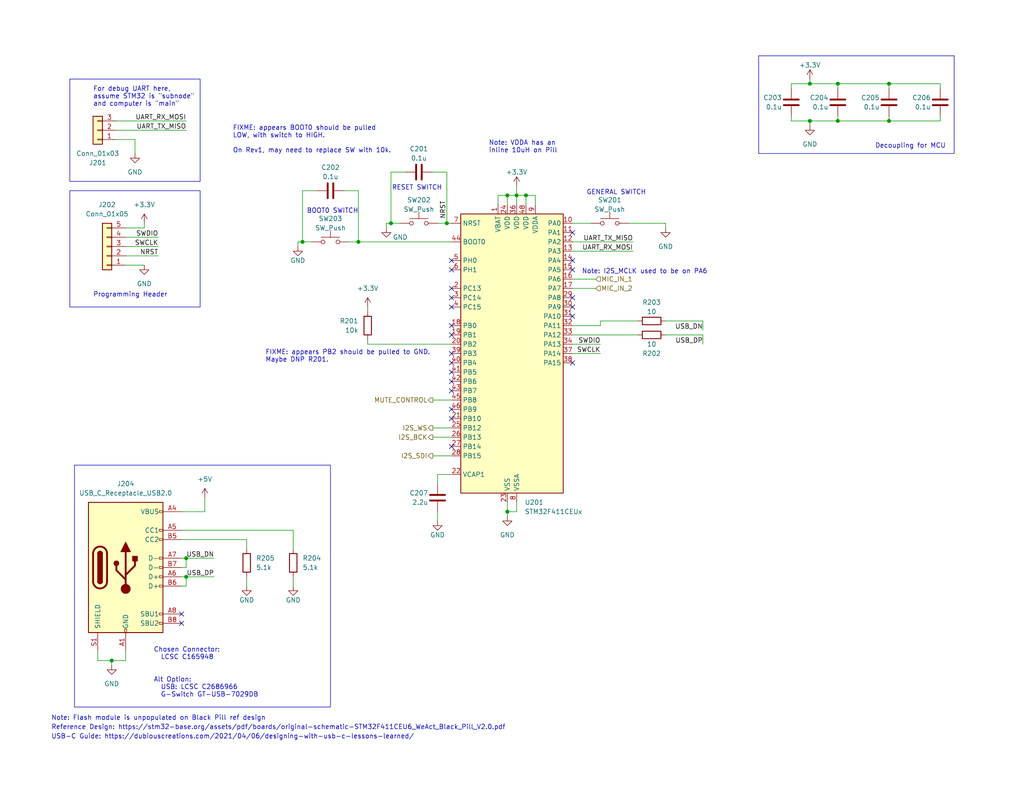
<source format=kicad_sch>
(kicad_sch (version 20231120) (generator "eeschema") (generator_version "8.0")
  (paper "USLetter")
  (title_block (date "2024-01-01") (rev "Rev1"))
  (lib_symbols
    (symbol "Connector:USB_C_Receptacle_USB2.0" (pin_names (offset 1.016))
      (property "Reference" "J" (at -10.16 19.05 0))
      (property "Value" "USB_C_Receptacle_USB2.0" (at 19.05 19.05 0))
      (symbol "USB_C_Receptacle_USB2.0_0_0"
        (rectangle (start -0.254 -17.78) (end 0.254 -16.764))
        (rectangle (start 10.16 -14.986) (end 9.144 -15.494))
        (rectangle (start 10.16 -12.446) (end 9.144 -12.954))
        (rectangle (start 10.16 -4.826) (end 9.144 -5.334))
        (rectangle (start 10.16 -2.286) (end 9.144 -2.794))
        (rectangle (start 10.16 0.254) (end 9.144 -0.254))
        (rectangle (start 10.16 2.794) (end 9.144 2.286))
        (rectangle (start 10.16 7.874) (end 9.144 7.366))
        (rectangle (start 10.16 10.414) (end 9.144 9.906))
        (rectangle (start 10.16 15.494) (end 9.144 14.986))
      )
      (symbol "USB_C_Receptacle_USB2.0_0_1"
        (rectangle (start -10.16 17.78) (end 10.16 -17.78) (stroke (width 0.254)) (fill (type background)))
        (arc (start -8.89 -3.81) (mid -6.985 -5.7067) (end -5.08 -3.81) (stroke (width 0.508)))
        (arc (start -7.62 -3.81) (mid -6.985 -4.4423) (end -6.35 -3.81) (stroke (width 0.254)))
        (arc (start -7.62 -3.81) (mid -6.985 -4.4423) (end -6.35 -3.81) (stroke (width 0.254)) (fill (type outline)))
        (rectangle (start -7.62 -3.81) (end -6.35 3.81) (stroke (width 0.254)) (fill (type outline)))
        (arc (start -6.35 3.81) (mid -6.985 4.4423) (end -7.62 3.81) (stroke (width 0.254)))
        (arc (start -6.35 3.81) (mid -6.985 4.4423) (end -7.62 3.81) (stroke (width 0.254)) (fill (type outline)))
        (arc (start -5.08 3.81) (mid -6.985 5.7067) (end -8.89 3.81) (stroke (width 0.508)))
        (circle (center -2.54 1.143) (radius 0.635) (stroke (width 0.254)) (fill (type outline)))
        (circle (center 0 -5.842) (radius 1.27) (fill (type outline)))
        (polyline (pts (xy -8.89 -3.81) (xy -8.89 3.81)) (stroke (width 0.508)))
        (polyline (pts (xy -5.08 3.81) (xy -5.08 -3.81)) (stroke (width 0.508)))
        (polyline (pts (xy 0 -5.842) (xy 0 4.318)) (stroke (width 0.508)))
        (polyline (pts (xy 0 -3.302) (xy -2.54 -0.762) (xy -2.54 0.508)) (stroke (width 0.508)))
        (polyline (pts (xy 0 -2.032) (xy 2.54 0.508) (xy 2.54 1.778)) (stroke (width 0.508)))
        (polyline (pts (xy -1.27 4.318) (xy 0 6.858) (xy 1.27 4.318) (xy -1.27 4.318)) (stroke (width 0.254)) (fill (type outline)))
        (rectangle (start 1.905 1.778) (end 3.175 3.048) (stroke (width 0.254)) (fill (type outline)))
      )
      (symbol "USB_C_Receptacle_USB2.0_1_1"
        (pin passive line (at 0 -22.86 90) (length 5.08) (name "GND") (number "A1"))
        (pin passive line (at 0 -22.86 90) (length 5.08) hide (name "GND") (number "A12"))
        (pin passive line (at 15.24 15.24 180) (length 5.08) (name "VBUS") (number "A4"))
        (pin bidirectional line (at 15.24 10.16 180) (length 5.08) (name "CC1") (number "A5"))
        (pin bidirectional line (at 15.24 -2.54 180) (length 5.08) (name "D+") (number "A6"))
        (pin bidirectional line (at 15.24 2.54 180) (length 5.08) (name "D-") (number "A7"))
        (pin bidirectional line (at 15.24 -12.7 180) (length 5.08) (name "SBU1") (number "A8"))
        (pin passive line (at 15.24 15.24 180) (length 5.08) hide (name "VBUS") (number "A9"))
        (pin passive line (at 0 -22.86 90) (length 5.08) hide (name "GND") (number "B1"))
        (pin passive line (at 0 -22.86 90) (length 5.08) hide (name "GND") (number "B12"))
        (pin passive line (at 15.24 15.24 180) (length 5.08) hide (name "VBUS") (number "B4"))
        (pin bidirectional line (at 15.24 7.62 180) (length 5.08) (name "CC2") (number "B5"))
        (pin bidirectional line (at 15.24 -5.08 180) (length 5.08) (name "D+") (number "B6"))
        (pin bidirectional line (at 15.24 0 180) (length 5.08) (name "D-") (number "B7"))
        (pin bidirectional line (at 15.24 -15.24 180) (length 5.08) (name "SBU2") (number "B8"))
        (pin passive line (at 15.24 15.24 180) (length 5.08) hide (name "VBUS") (number "B9"))
        (pin passive line (at -7.62 -22.86 90) (length 5.08) (name "SHIELD") (number "S1"))
      )
    )
    (symbol "Connector_Generic:Conn_01x03" (pin_names (offset 1.016) hide)
      (property "Reference" "J" (at 0 5.08 0))
      (property "Value" "Conn_01x03" (at 0 -5.08 0))
      (symbol "Conn_01x03_1_1"
        (rectangle (start -1.27 -2.413) (end 0 -2.667) (stroke (width 0.1524)))
        (rectangle (start -1.27 0.127) (end 0 -0.127) (stroke (width 0.1524)))
        (rectangle (start -1.27 2.667) (end 0 2.413) (stroke (width 0.1524)))
        (rectangle (start -1.27 3.81) (end 1.27 -3.81) (stroke (width 0.254)) (fill (type background)))
        (pin passive line (at -5.08 2.54 0) (length 3.81) (name "Pin_1") (number "1"))
        (pin passive line (at -5.08 0 0) (length 3.81) (name "Pin_2") (number "2"))
        (pin passive line (at -5.08 -2.54 0) (length 3.81) (name "Pin_3") (number "3"))
      )
    )
    (symbol "Connector_Generic:Conn_01x05" (pin_names (offset 1.016) hide)
      (property "Reference" "J" (at 0 7.62 0))
      (property "Value" "Conn_01x05" (at 0 -7.62 0))
      (symbol "Conn_01x05_1_1"
        (rectangle (start -1.27 -4.953) (end 0 -5.207) (stroke (width 0.1524)))
        (rectangle (start -1.27 -2.413) (end 0 -2.667) (stroke (width 0.1524)))
        (rectangle (start -1.27 0.127) (end 0 -0.127) (stroke (width 0.1524)))
        (rectangle (start -1.27 2.667) (end 0 2.413) (stroke (width 0.1524)))
        (rectangle (start -1.27 5.207) (end 0 4.953) (stroke (width 0.1524)))
        (rectangle (start -1.27 6.35) (end 1.27 -6.35) (stroke (width 0.254)) (fill (type background)))
        (pin passive line (at -5.08 5.08 0) (length 3.81) (name "Pin_1") (number "1"))
        (pin passive line (at -5.08 2.54 0) (length 3.81) (name "Pin_2") (number "2"))
        (pin passive line (at -5.08 0 0) (length 3.81) (name "Pin_3") (number "3"))
        (pin passive line (at -5.08 -2.54 0) (length 3.81) (name "Pin_4") (number "4"))
        (pin passive line (at -5.08 -5.08 0) (length 3.81) (name "Pin_5") (number "5"))
      )
    )
    (symbol "Device:C" (pin_numbers hide) (pin_names (offset 0.254))
      (property "Reference" "C" (at 0.635 2.54 0))
      (property "Value" "C" (at 0.635 -2.54 0))
      (symbol "C_0_1"
        (polyline (pts (xy -2.032 -0.762) (xy 2.032 -0.762)) (stroke (width 0.508)))
        (polyline (pts (xy -2.032 0.762) (xy 2.032 0.762)) (stroke (width 0.508)))
      )
      (symbol "C_1_1"
        (pin passive line (at 0 3.81 270) (length 2.794) (name "~") (number "1"))
        (pin passive line (at 0 -3.81 90) (length 2.794) (name "~") (number "2"))
      )
    )
    (symbol "Device:R" (pin_numbers hide) (pin_names (offset 0))
      (property "Reference" "R" (at 2.032 0 90))
      (property "Value" "R" (at 0 0 90))
      (symbol "R_0_1"
        (rectangle (start -1.016 -2.54) (end 1.016 2.54) (stroke (width 0.254)))
      )
      (symbol "R_1_1"
        (pin passive line (at 0 3.81 270) (length 1.27) (name "~") (number "1"))
        (pin passive line (at 0 -3.81 90) (length 1.27) (name "~") (number "2"))
      )
    )
    (symbol "MCU_ST_STM32F4:STM32F411CEUx"
      (property "Reference" "U" (at -12.7 39.37 0))
      (property "Value" "STM32F411CEUx" (at 10.16 39.37 0))
      (symbol "STM32F411CEUx_0_1"
        (rectangle (start -12.7 -38.1) (end 15.24 38.1) (stroke (width 0.254)) (fill (type background)))
      )
      (symbol "STM32F411CEUx_1_1"
        (pin power_in line (at -2.54 40.64 270) (length 2.54) (name "VBAT") (number "1"))
        (pin bidirectional line (at 17.78 35.56 180) (length 2.54) (name "PA0") (number "10"))
        (pin bidirectional line (at 17.78 33.02 180) (length 2.54) (name "PA1") (number "11"))
        (pin bidirectional line (at 17.78 30.48 180) (length 2.54) (name "PA2") (number "12"))
        (pin bidirectional line (at 17.78 27.94 180) (length 2.54) (name "PA3") (number "13"))
        (pin bidirectional line (at 17.78 25.4 180) (length 2.54) (name "PA4") (number "14"))
        (pin bidirectional line (at 17.78 22.86 180) (length 2.54) (name "PA5") (number "15"))
        (pin bidirectional line (at 17.78 20.32 180) (length 2.54) (name "PA6") (number "16"))
        (pin bidirectional line (at 17.78 17.78 180) (length 2.54) (name "PA7") (number "17"))
        (pin bidirectional line (at -15.24 7.62 0) (length 2.54) (name "PB0") (number "18"))
        (pin bidirectional line (at -15.24 5.08 0) (length 2.54) (name "PB1") (number "19"))
        (pin bidirectional line (at -15.24 17.78 0) (length 2.54) (name "PC13") (number "2"))
        (pin bidirectional line (at -15.24 2.54 0) (length 2.54) (name "PB2") (number "20"))
        (pin bidirectional line (at -15.24 -17.78 0) (length 2.54) (name "PB10") (number "21"))
        (pin power_out line (at -15.24 -33.02 0) (length 2.54) (name "VCAP1") (number "22"))
        (pin power_in line (at 0 -40.64 90) (length 2.54) (name "VSS") (number "23"))
        (pin power_in line (at 0 40.64 270) (length 2.54) (name "VDD") (number "24"))
        (pin bidirectional line (at -15.24 -20.32 0) (length 2.54) (name "PB12") (number "25"))
        (pin bidirectional line (at -15.24 -22.86 0) (length 2.54) (name "PB13") (number "26"))
        (pin bidirectional line (at -15.24 -25.4 0) (length 2.54) (name "PB14") (number "27"))
        (pin bidirectional line (at -15.24 -27.94 0) (length 2.54) (name "PB15") (number "28"))
        (pin bidirectional line (at 17.78 15.24 180) (length 2.54) (name "PA8") (number "29"))
        (pin bidirectional line (at -15.24 15.24 0) (length 2.54) (name "PC14") (number "3"))
        (pin bidirectional line (at 17.78 12.7 180) (length 2.54) (name "PA9") (number "30"))
        (pin bidirectional line (at 17.78 10.16 180) (length 2.54) (name "PA10") (number "31"))
        (pin bidirectional line (at 17.78 7.62 180) (length 2.54) (name "PA11") (number "32"))
        (pin bidirectional line (at 17.78 5.08 180) (length 2.54) (name "PA12") (number "33"))
        (pin bidirectional line (at 17.78 2.54 180) (length 2.54) (name "PA13") (number "34"))
        (pin passive line (at 0 -40.64 90) (length 2.54) hide (name "VSS") (number "35"))
        (pin power_in line (at 2.54 40.64 270) (length 2.54) (name "VDD") (number "36"))
        (pin bidirectional line (at 17.78 0 180) (length 2.54) (name "PA14") (number "37"))
        (pin bidirectional line (at 17.78 -2.54 180) (length 2.54) (name "PA15") (number "38"))
        (pin bidirectional line (at -15.24 0 0) (length 2.54) (name "PB3") (number "39"))
        (pin bidirectional line (at -15.24 12.7 0) (length 2.54) (name "PC15") (number "4"))
        (pin bidirectional line (at -15.24 -2.54 0) (length 2.54) (name "PB4") (number "40"))
        (pin bidirectional line (at -15.24 -5.08 0) (length 2.54) (name "PB5") (number "41"))
        (pin bidirectional line (at -15.24 -7.62 0) (length 2.54) (name "PB6") (number "42"))
        (pin bidirectional line (at -15.24 -10.16 0) (length 2.54) (name "PB7") (number "43"))
        (pin input line (at -15.24 30.48 0) (length 2.54) (name "BOOT0") (number "44"))
        (pin bidirectional line (at -15.24 -12.7 0) (length 2.54) (name "PB8") (number "45"))
        (pin bidirectional line (at -15.24 -15.24 0) (length 2.54) (name "PB9") (number "46"))
        (pin passive line (at 0 -40.64 90) (length 2.54) hide (name "VSS") (number "47"))
        (pin power_in line (at 5.08 40.64 270) (length 2.54) (name "VDD") (number "48"))
        (pin passive line (at 0 -40.64 90) (length 2.54) hide (name "VSS") (number "49"))
        (pin bidirectional line (at -15.24 25.4 0) (length 2.54) (name "PH0") (number "5"))
        (pin bidirectional line (at -15.24 22.86 0) (length 2.54) (name "PH1") (number "6"))
        (pin input line (at -15.24 35.56 0) (length 2.54) (name "NRST") (number "7"))
        (pin power_in line (at 2.54 -40.64 90) (length 2.54) (name "VSSA") (number "8"))
        (pin power_in line (at 7.62 40.64 270) (length 2.54) (name "VDDA") (number "9"))
      )
    )
    (symbol "Switch:SW_Push" (pin_numbers hide) (pin_names (offset 1.016) hide)
      (property "Reference" "SW" (at 1.27 2.54 0))
      (property "Value" "SW_Push" (at 0 -1.524 0))
      (symbol "SW_Push_0_1"
        (circle (center -2.032 0) (radius 0.508))
        (polyline (pts (xy 0 1.27) (xy 0 3.048)))
        (polyline (pts (xy 2.54 1.27) (xy -2.54 1.27)))
        (circle (center 2.032 0) (radius 0.508))
        (pin passive line (at -5.08 0 0) (length 2.54) (name "1") (number "1"))
        (pin passive line (at 5.08 0 180) (length 2.54) (name "2") (number "2"))
      )
    )
    (symbol "power:+3.3V" (power) (pin_names (offset 0))
      (property "Value" "+3.3V" (at 0 3.556 0))
      (symbol "+3.3V_0_1"
        (polyline (pts (xy -0.762 1.27) (xy 0 2.54)))
        (polyline (pts (xy 0 0) (xy 0 2.54)))
        (polyline (pts (xy 0 2.54) (xy 0.762 1.27)))
      )
      (symbol "+3.3V_1_1"
        (pin power_in line (at 0 0 90) (length 0) hide (name "+3.3V") (number "1"))
      )
    )
    (symbol "power:+5V" (power) (pin_names (offset 0))
      (property "Value" "+5V" (at 0 3.556 0))
      (symbol "+5V_0_1"
        (polyline (pts (xy -0.762 1.27) (xy 0 2.54)))
        (polyline (pts (xy 0 0) (xy 0 2.54)))
        (polyline (pts (xy 0 2.54) (xy 0.762 1.27)))
      )
      (symbol "+5V_1_1"
        (pin power_in line (at 0 0 90) (length 0) hide (name "+5V") (number "1"))
      )
    )
    (symbol "power:GND" (power) (pin_names (offset 0))
      (property "Value" "GND" (at 0 -3.81 0))
      (symbol "GND_0_1"
        (polyline (pts (xy 0 0) (xy 0 -1.27) (xy 1.27 -1.27) (xy 0 -2.54) (xy -1.27 -1.27) (xy 0 -1.27)))
      )
      (symbol "GND_1_1"
        (pin power_in line (at 0 0 270) (length 0) hide (name "GND") (number "1"))
      )
    )
  )
  (junction (at 140.97 53.34))
  (junction (at 143.51 53.34))
  (junction (at 242.57 22.86))
  (junction (at 138.43 53.34))
  (junction (at 220.98 22.86))
  (junction (at 138.43 139.7))
  (junction (at 30.48 180.34))
  (junction (at 50.8 157.48))
  (junction (at 228.6 33.02))
  (junction (at 121.92 60.96))
  (junction (at 82.55 66.04))
  (junction (at 106.68 60.96))
  (junction (at 50.8 152.4))
  (junction (at 242.57 33.02))
  (junction (at 97.79 66.04))
  (junction (at 228.6 22.86))
  (junction (at 220.98 33.02))
  (no_connect (at 156.21 81.28))
  (no_connect (at 123.19 101.6))
  (no_connect (at 123.19 88.9))
  (no_connect (at 123.19 106.68))
  (no_connect (at 156.21 71.12))
  (no_connect (at 123.19 99.06))
  (no_connect (at 123.19 111.76))
  (no_connect (at 123.19 83.82))
  (no_connect (at 123.19 114.3))
  (no_connect (at 123.19 73.66))
  (no_connect (at 49.53 170.18))
  (no_connect (at 156.21 86.36))
  (no_connect (at 123.19 78.74))
  (no_connect (at 123.19 91.44))
  (no_connect (at 156.21 73.66))
  (no_connect (at 123.19 121.92))
  (no_connect (at 156.21 99.06))
  (no_connect (at 123.19 104.14))
  (no_connect (at 156.21 63.5))
  (no_connect (at 49.53 167.64))
  (no_connect (at 156.21 83.82))
  (no_connect (at 123.19 81.28))
  (no_connect (at 123.19 96.52))
  (no_connect (at 123.19 71.12))
  (wire (pts (xy 143.51 53.34) (xy 140.97 53.34)))
  (wire (pts (xy 146.05 53.34) (xy 143.51 53.34)))
  (wire (pts (xy 156.21 68.58) (xy 172.72 68.58)))
  (wire (pts (xy 55.88 139.7) (xy 49.53 139.7)))
  (wire (pts (xy 138.43 53.34) (xy 138.43 55.88)))
  (wire (pts (xy 171.45 60.96) (xy 181.61 60.96)))
  (wire (pts (xy 49.53 144.78) (xy 80.01 144.78)))
  (wire (pts (xy 242.57 22.86) (xy 242.57 24.13)))
  (wire (pts (xy 86.36 52.07) (xy 82.55 52.07)))
  (wire (pts (xy 49.53 157.48) (xy 50.8 157.48)))
  (wire (pts (xy 138.43 139.7) (xy 138.43 140.97)))
  (wire (pts (xy 215.9 31.75) (xy 215.9 33.02)))
  (wire (pts (xy 118.11 46.99) (xy 121.92 46.99)))
  (wire (pts (xy 30.48 180.34) (xy 30.48 181.61)))
  (wire (pts (xy 173.99 91.44) (xy 156.21 91.44)))
  (wire (pts (xy 140.97 50.8) (xy 140.97 53.34)))
  (wire (pts (xy 97.79 66.04) (xy 123.19 66.04)))
  (wire (pts (xy 81.28 67.31) (xy 81.28 66.04)))
  (wire (pts (xy 50.8 157.48) (xy 58.42 157.48)))
  (wire (pts (xy 220.98 22.86) (xy 228.6 22.86)))
  (wire (pts (xy 228.6 22.86) (xy 242.57 22.86)))
  (wire (pts (xy 156.21 78.74) (xy 162.56 78.74)))
  (wire (pts (xy 50.8 154.94) (xy 50.8 152.4)))
  (wire (pts (xy 118.11 119.38) (xy 123.19 119.38)))
  (wire (pts (xy 215.9 24.13) (xy 215.9 22.86)))
  (wire (pts (xy 67.31 147.32) (xy 67.31 149.86)))
  (wire (pts (xy 67.31 157.48) (xy 67.31 160.02)))
  (wire (pts (xy 34.29 180.34) (xy 34.29 177.8)))
  (wire (pts (xy 163.83 88.9) (xy 156.21 88.9)))
  (wire (pts (xy 119.38 139.7) (xy 119.38 142.24)))
  (wire (pts (xy 121.92 60.96) (xy 123.19 60.96)))
  (wire (pts (xy 50.8 152.4) (xy 58.42 152.4)))
  (wire (pts (xy 34.29 69.85) (xy 43.18 69.85)))
  (wire (pts (xy 118.11 124.46) (xy 123.19 124.46)))
  (wire (pts (xy 31.75 35.56) (xy 50.8 35.56)))
  (wire (pts (xy 242.57 31.75) (xy 242.57 33.02)))
  (wire (pts (xy 121.92 46.99) (xy 121.92 60.96)))
  (wire (pts (xy 105.41 60.96) (xy 106.68 60.96)))
  (wire (pts (xy 26.67 180.34) (xy 30.48 180.34)))
  (wire (pts (xy 181.61 62.23) (xy 181.61 60.96)))
  (wire (pts (xy 220.98 21.59) (xy 220.98 22.86)))
  (wire (pts (xy 39.37 62.23) (xy 39.37 60.96)))
  (wire (pts (xy 50.8 160.02) (xy 50.8 157.48)))
  (wire (pts (xy 82.55 52.07) (xy 82.55 66.04)))
  (wire (pts (xy 100.33 83.82) (xy 100.33 85.09)))
  (wire (pts (xy 93.98 52.07) (xy 97.79 52.07)))
  (wire (pts (xy 119.38 129.54) (xy 123.19 129.54)))
  (wire (pts (xy 242.57 33.02) (xy 256.54 33.02)))
  (wire (pts (xy 143.51 55.88) (xy 143.51 53.34)))
  (wire (pts (xy 140.97 139.7) (xy 138.43 139.7)))
  (wire (pts (xy 220.98 33.02) (xy 220.98 34.29)))
  (wire (pts (xy 95.25 66.04) (xy 97.79 66.04)))
  (wire (pts (xy 242.57 22.86) (xy 256.54 22.86)))
  (wire (pts (xy 34.29 67.31) (xy 43.18 67.31)))
  (wire (pts (xy 140.97 53.34) (xy 138.43 53.34)))
  (wire (pts (xy 118.11 109.22) (xy 123.19 109.22)))
  (wire (pts (xy 110.49 46.99) (xy 106.68 46.99)))
  (wire (pts (xy 156.21 96.52) (xy 163.83 96.52)))
  (wire (pts (xy 34.29 64.77) (xy 43.18 64.77)))
  (wire (pts (xy 156.21 66.04) (xy 172.72 66.04)))
  (wire (pts (xy 34.29 72.39) (xy 39.37 72.39)))
  (wire (pts (xy 140.97 137.16) (xy 140.97 139.7)))
  (wire (pts (xy 135.89 53.34) (xy 138.43 53.34)))
  (wire (pts (xy 215.9 33.02) (xy 220.98 33.02)))
  (wire (pts (xy 191.77 91.44) (xy 181.61 91.44)))
  (wire (pts (xy 156.21 60.96) (xy 161.29 60.96)))
  (wire (pts (xy 119.38 132.08) (xy 119.38 129.54)))
  (wire (pts (xy 156.21 76.2) (xy 162.56 76.2)))
  (wire (pts (xy 138.43 137.16) (xy 138.43 139.7)))
  (wire (pts (xy 106.68 60.96) (xy 109.22 60.96)))
  (wire (pts (xy 256.54 22.86) (xy 256.54 24.13)))
  (wire (pts (xy 118.11 116.84) (xy 123.19 116.84)))
  (wire (pts (xy 97.79 52.07) (xy 97.79 66.04)))
  (wire (pts (xy 156.21 93.98) (xy 163.83 93.98)))
  (wire (pts (xy 140.97 53.34) (xy 140.97 55.88)))
  (wire (pts (xy 31.75 33.02) (xy 50.8 33.02)))
  (wire (pts (xy 55.88 135.89) (xy 55.88 139.7)))
  (wire (pts (xy 49.53 147.32) (xy 67.31 147.32)))
  (wire (pts (xy 191.77 93.98) (xy 191.77 91.44)))
  (wire (pts (xy 26.67 177.8) (xy 26.67 180.34)))
  (wire (pts (xy 135.89 55.88) (xy 135.89 53.34)))
  (wire (pts (xy 106.68 46.99) (xy 106.68 60.96)))
  (wire (pts (xy 49.53 160.02) (xy 50.8 160.02)))
  (wire (pts (xy 173.99 87.63) (xy 163.83 87.63)))
  (wire (pts (xy 228.6 22.86) (xy 228.6 24.13)))
  (wire (pts (xy 34.29 62.23) (xy 39.37 62.23)))
  (wire (pts (xy 82.55 66.04) (xy 85.09 66.04)))
  (wire (pts (xy 228.6 31.75) (xy 228.6 33.02)))
  (wire (pts (xy 220.98 33.02) (xy 228.6 33.02)))
  (wire (pts (xy 119.38 60.96) (xy 121.92 60.96)))
  (wire (pts (xy 215.9 22.86) (xy 220.98 22.86)))
  (wire (pts (xy 49.53 154.94) (xy 50.8 154.94)))
  (wire (pts (xy 146.05 55.88) (xy 146.05 53.34)))
  (wire (pts (xy 100.33 93.98) (xy 123.19 93.98)))
  (wire (pts (xy 256.54 33.02) (xy 256.54 31.75)))
  (wire (pts (xy 181.61 87.63) (xy 191.77 87.63)))
  (wire (pts (xy 100.33 92.71) (xy 100.33 93.98)))
  (wire (pts (xy 49.53 152.4) (xy 50.8 152.4)))
  (wire (pts (xy 163.83 87.63) (xy 163.83 88.9)))
  (wire (pts (xy 31.75 38.1) (xy 36.83 38.1)))
  (wire (pts (xy 80.01 157.48) (xy 80.01 160.02)))
  (wire (pts (xy 191.77 87.63) (xy 191.77 90.17)))
  (wire (pts (xy 80.01 149.86) (xy 80.01 144.78)))
  (wire (pts (xy 105.41 62.23) (xy 105.41 60.96)))
  (wire (pts (xy 81.28 66.04) (xy 82.55 66.04)))
  (wire (pts (xy 228.6 33.02) (xy 242.57 33.02)))
  (wire (pts (xy 36.83 41.91) (xy 36.83 38.1)))
  (wire (pts (xy 30.48 180.34) (xy 34.29 180.34)))
  (rectangle (start 20.32 127) (end 90.17 193.04))
  (rectangle (start 207.01 15.24) (end 260.35 41.91))
  (rectangle (start 19.05 21.59) (end 54.61 49.53))
  (rectangle (start 19.05 52.07) (end 54.61 83.82))
  (text "GENERAL SWITCH" (at 160.02 53.34 0) (effects (font (size 1.27 1.27)) (justify left bottom)))
  (text "Reference Design: https://stm32-base.org/assets/pdf/boards/original-schematic-STM32F411CEU6_WeAct_Black_Pill_V2.0.pdf" (at 13.97 199.39 0) (effects (font (size 1.27 1.27)) (justify left bottom)))
  (text "USB-C Guide: https://dubiouscreations.com/2021/04/06/designing-with-usb-c-lessons-learned/" (at 13.97 201.93 0) (effects (font (size 1.27 1.27)) (justify left bottom)))
  (text "FIXME: appears BOOT0 should be pulled\nLOW, with switch to HIGH.\n\nOn Rev1, may need to replace SW with 10k." (at 63.5 41.91 0) (effects (font (size 1.27 1.27)) (justify left bottom)))
  (text "Chosen Connector:\n  LCSC C165948\n\n\nAlt Option:\n  USB: LCSC C2686966\n  G-Switch GT-USB-7029DB\n" (at 41.91 190.5 0) (effects (font (size 1.27 1.27)) (justify left bottom)))
  (text "For debug UART here,\nassume STM32 is \"subnode\"\nand computer is \"main\"" (at 25.4 29.21 0) (effects (font (size 1.27 1.27)) (justify left bottom)))
  (text "Note: I2S_MCLK used to be on PA6" (at 158.75 74.93 0) (effects (font (size 1.27 1.27)) (justify left bottom)))
  (text "Programming Header" (at 25.4 81.28 0) (effects (font (size 1.27 1.27)) (justify left bottom)))
  (text "Note: Flash module is unpopulated on Black Pill ref design" (at 13.97 196.85 0) (effects (font (size 1.27 1.27)) (justify left bottom)))
  (text "RESET SWITCH" (at 120.65 52.07 0) (effects (font (size 1.27 1.27)) (justify right bottom)))
  (text "FIXME: appears PB2 should be pulled to GND.\nMaybe DNP R201." (at 72.39 99.06 0) (effects (font (size 1.27 1.27)) (justify left bottom)))
  (text "Note: VDDA has an \ninline 10uH on Pill" (at 133.35 41.91 0) (effects (font (size 1.27 1.27)) (justify left bottom)))
  (text "Decoupling for MCU" (at 238.76 40.64 0) (effects (font (size 1.27 1.27)) (justify left bottom)))
  (text "BOOT0 SWITCH" (at 97.79 58.42 0) (effects (font (size 1.27 1.27)) (justify right bottom)))
  (label "USB_DN" (at 58.42 152.4 180))
  (label "NRST" (at 43.18 69.85 180))
  (label "SWCLK" (at 163.83 96.52 180))
  (label "SWCLK" (at 43.18 67.31 180))
  (label "UART_TX_MISO" (at 50.8 35.56 180))
  (label "UART_TX_MISO" (at 172.72 66.04 180))
  (label "UART_RX_MOSI" (at 172.72 68.58 180))
  (label "USB_DP" (at 58.42 157.48 180))
  (label "USB_DN" (at 191.77 90.17 180))
  (label "NRST" (at 121.92 59.69 90))
  (label "USB_DP" (at 191.77 93.98 180))
  (label "SWDIO" (at 43.18 64.77 180))
  (label "SWDIO" (at 163.83 93.98 180))
  (label "UART_RX_MOSI" (at 50.8 33.02 180))
  (hierarchical_label "MUTE_CONTROL" (shape output) (at 118.11 109.22 180))
  (hierarchical_label "I2S_BCK" (shape output) (at 118.11 119.38 180))
  (hierarchical_label "MIC_IN_2" (shape input) (at 162.56 78.74 0))
  (hierarchical_label "I2S_SDI" (shape output) (at 118.11 124.46 180))
  (hierarchical_label "I2S_WS" (shape output) (at 118.11 116.84 180))
  (hierarchical_label "MIC_IN_1" (shape input) (at 162.56 76.2 0))
  (symbol (lib_id "power:GND") (at 39.37 72.39 0) (unit 1)
    (property "Reference" "#PWR0207" (effects (hide yes)))
    (property "Value" "GND" (at 39.37 77.47 0))
  )
  (symbol (lib_id "Device:R") (at 177.8 91.44 90) (mirror x) (unit 1)
    (property "Reference" "R202" (at 177.8 96.52 90))
    (property "Value" "10" (at 177.8 93.98 90))
    (property "Footprint" "Resistor_SMD:R_0603_1608Metric_Pad0.98x0.95mm_HandSolder" (effects (hide yes)))
  )
  (symbol (lib_id "Device:R") (at 67.31 153.67 0) (mirror y) (unit 1)
    (property "Reference" "R205" (at 69.85 152.4 0) (effects (justify right)))
    (property "Value" "5.1k" (at 69.85 154.94 0) (effects (justify right)))
    (property "Footprint" "Resistor_SMD:R_0603_1608Metric_Pad0.98x0.95mm_HandSolder" (effects (hide yes)))
  )
  (symbol (lib_id "Device:R") (at 100.33 88.9 0) (unit 1)
    (property "Reference" "R201" (at 97.79 87.63 0) (effects (justify right)))
    (property "Value" "10k" (at 97.79 90.17 0) (effects (justify right)))
    (property "Footprint" "Resistor_SMD:R_0603_1608Metric_Pad0.98x0.95mm_HandSolder" (effects (hide yes)))
  )
  (symbol (lib_id "MCU_ST_STM32F4:STM32F411CEUx") (at 138.43 96.52 0) (unit 1)
    (property "Reference" "U201" (at 143.1641 137.16 0) (effects (justify left)))
    (property "Value" "STM32F411CEUx" (at 143.1641 139.7 0) (effects (justify left)))
    (property "Footprint" "Package_DFN_QFN:QFN-48-1EP_7x7mm_P0.5mm_EP5.6x5.6mm" (effects (hide yes)))
    (property "Datasheet" "https://www.st.com/resource/en/datasheet/stm32f411ce.pdf" (effects (hide yes)))
    (property "LCSC" "C60420" (effects (hide yes)))
  )
  (symbol (lib_id "Connector_Generic:Conn_01x03") (at 26.67 35.56 180) (unit 1)
    (property "Reference" "J201" (at 26.67 44.45 0))
    (property "Value" "Conn_01x03" (at 26.67 41.91 0))
    (property "Footprint" "Connector_PinHeader_2.00mm:PinHeader_1x03_P2.00mm_Vertical" (effects (hide yes)))
  )
  (symbol (lib_id "Device:R") (at 177.8 87.63 90) (unit 1)
    (property "Reference" "R203" (at 177.8 82.55 90))
    (property "Value" "10" (at 177.8 85.09 90))
    (property "Footprint" "Resistor_SMD:R_0603_1608Metric_Pad0.98x0.95mm_HandSolder" (effects (hide yes)))
  )
  (symbol (lib_id "Device:C") (at 90.17 52.07 90) (unit 1)
    (property "Reference" "C202" (at 90.17 45.72 90))
    (property "Value" "0.1u" (at 90.17 48.26 90))
    (property "Footprint" "Capacitor_SMD:C_0603_1608Metric_Pad1.08x0.95mm_HandSolder" (effects (hide yes)))
  )
  (symbol (lib_id "power:+3.3V") (at 100.33 83.82 0) (mirror y) (unit 1)
    (property "Reference" "#PWR0206" (effects (hide yes)))
    (property "Value" "+3.3V" (at 100.33 78.74 0))
  )
  (symbol (lib_id "Connector_Generic:Conn_01x05") (at 29.21 67.31 180) (unit 1)
    (property "Reference" "J202" (at 29.21 55.88 0))
    (property "Value" "Conn_01x05" (at 29.21 58.42 0))
    (property "Footprint" "Connector_PinHeader_2.00mm:PinHeader_1x05_P2.00mm_Vertical" (effects (hide yes)))
  )
  (symbol (lib_id "power:GND") (at 119.38 142.24 0) (unit 1)
    (property "Reference" "#PWR0214" (effects (hide yes)))
    (property "Value" "GND" (at 119.38 146.05 0))
  )
  (symbol (lib_id "power:GND") (at 80.01 160.02 0) (unit 1)
    (property "Reference" "#PWR0215" (effects (hide yes)))
    (property "Value" "GND" (at 80.01 163.83 0))
  )
  (symbol (lib_id "power:GND") (at 67.31 160.02 0) (unit 1)
    (property "Reference" "#PWR0216" (effects (hide yes)))
    (property "Value" "GND" (at 67.31 163.83 0))
  )
  (symbol (lib_id "Device:C") (at 114.3 46.99 90) (unit 1)
    (property "Reference" "C201" (at 114.3 40.64 90))
    (property "Value" "0.1u" (at 114.3 43.18 90))
    (property "Footprint" "Capacitor_SMD:C_0603_1608Metric_Pad1.08x0.95mm_HandSolder" (effects (hide yes)))
  )
  (symbol (lib_id "power:GND") (at 36.83 41.91 0) (unit 1)
    (property "Reference" "#PWR0201" (effects (hide yes)))
    (property "Value" "GND" (at 36.83 46.99 0))
  )
  (symbol (lib_id "Device:C") (at 119.38 135.89 0) (mirror y) (unit 1)
    (property "Reference" "C207" (at 116.84 134.62 0) (effects (justify left)))
    (property "Value" "2.2u" (at 116.84 137.16 0) (effects (justify left)))
    (property "Footprint" "Capacitor_SMD:C_0603_1608Metric_Pad1.08x0.95mm_HandSolder" (effects (hide yes)))
  )
  (symbol (lib_id "Switch:SW_Push") (at 90.17 66.04 0) (mirror y) (unit 1)
    (property "Reference" "SW203" (at 90.17 59.69 0))
    (property "Value" "SW_Push" (at 90.17 62.23 0))
    (property "Footprint" "0_project_fp_lib:PushButtonSMD_2.93x3.9" (effects (hide yes)))
    (property "LCSC" "C18077675" (effects (hide yes)))
  )
  (symbol (lib_id "Switch:SW_Push") (at 114.3 60.96 0) (mirror y) (unit 1)
    (property "Reference" "SW202" (at 114.3 54.61 0))
    (property "Value" "SW_Push" (at 114.3 57.15 0))
    (property "Footprint" "0_project_fp_lib:PushButtonSMD_2.93x3.9" (effects (hide yes)))
    (property "LCSC" "C18077675" (effects (hide yes)))
  )
  (symbol (lib_id "power:+3.3V") (at 140.97 50.8 0) (unit 1)
    (property "Reference" "#PWR0209" (effects (hide yes)))
    (property "Value" "+3.3V" (at 140.97 46.99 0))
  )
  (symbol (lib_id "Device:C") (at 256.54 27.94 0) (mirror y) (unit 1)
    (property "Reference" "C206" (at 254 26.67 0) (effects (justify left)))
    (property "Value" "0.1u" (at 254 29.21 0) (effects (justify left)))
    (property "Footprint" "Capacitor_SMD:C_0603_1608Metric_Pad1.08x0.95mm_HandSolder" (effects (hide yes)))
  )
  (symbol (lib_id "Device:C") (at 228.6 27.94 0) (mirror y) (unit 1)
    (property "Reference" "C204" (at 226.06 26.67 0) (effects (justify left)))
    (property "Value" "0.1u" (at 226.06 29.21 0) (effects (justify left)))
    (property "Footprint" "Capacitor_SMD:C_0603_1608Metric_Pad1.08x0.95mm_HandSolder" (effects (hide yes)))
  )
  (symbol (lib_id "power:+3.3V") (at 220.98 21.59 0) (unit 1)
    (property "Reference" "#PWR0212" (effects (hide yes)))
    (property "Value" "+3.3V" (at 220.98 17.78 0))
  )
  (symbol (lib_id "Device:R") (at 80.01 153.67 0) (mirror y) (unit 1)
    (property "Reference" "R204" (at 82.55 152.4 0) (effects (justify right)))
    (property "Value" "5.1k" (at 82.55 154.94 0) (effects (justify right)))
    (property "Footprint" "Resistor_SMD:R_0603_1608Metric_Pad0.98x0.95mm_HandSolder" (effects (hide yes)))
  )
  (symbol (lib_id "power:GND") (at 220.98 34.29 0) (unit 1)
    (property "Reference" "#PWR0213" (effects (hide yes)))
    (property "Value" "GND" (at 220.98 39.37 0))
  )
  (symbol (lib_id "power:+5V") (at 55.88 135.89 0) (unit 1)
    (property "Reference" "#PWR0211" (effects (hide yes)))
    (property "Value" "+5V" (at 55.88 130.81 0))
  )
  (symbol (lib_id "power:GND") (at 105.41 62.23 0) (mirror y) (unit 1)
    (property "Reference" "#PWR0204" (effects (hide yes)))
    (property "Value" "GND" (at 109.22 64.77 0))
  )
  (symbol (lib_id "Device:C") (at 242.57 27.94 0) (mirror y) (unit 1)
    (property "Reference" "C205" (at 240.03 26.67 0) (effects (justify left)))
    (property "Value" "0.1u" (at 240.03 29.21 0) (effects (justify left)))
    (property "Footprint" "Capacitor_SMD:C_0603_1608Metric_Pad1.08x0.95mm_HandSolder" (effects (hide yes)))
  )
  (symbol (lib_id "power:GND") (at 81.28 67.31 0) (mirror y) (unit 1)
    (property "Reference" "#PWR0205" (effects (hide yes)))
    (property "Value" "GND" (at 81.28 71.12 0))
  )
  (symbol (lib_id "power:GND") (at 181.61 62.23 0) (unit 1)
    (property "Reference" "#PWR0203" (effects (hide yes)))
    (property "Value" "GND" (at 181.61 67.31 0))
  )
  (symbol (lib_id "Switch:SW_Push") (at 166.37 60.96 0) (unit 1)
    (property "Reference" "SW201" (at 166.37 54.61 0))
    (property "Value" "SW_Push" (at 166.37 57.15 0))
    (property "Footprint" "0_project_fp_lib:PushButtonSMD_2.93x3.9" (effects (hide yes)))
    (property "LCSC" "C18077675" (effects (hide yes)))
  )
  (symbol (lib_id "power:+3.3V") (at 39.37 60.96 0) (mirror y) (unit 1)
    (property "Reference" "#PWR0208" (effects (hide yes)))
    (property "Value" "+3.3V" (at 39.37 55.88 0))
  )
  (symbol (lib_id "power:GND") (at 138.43 140.97 0) (unit 1)
    (property "Reference" "#PWR0202" (effects (hide yes)))
    (property "Value" "GND" (at 138.43 146.05 0))
  )
  (symbol (lib_id "power:GND") (at 30.48 181.61 0) (unit 1)
    (property "Reference" "#PWR0210" (effects (hide yes)))
    (property "Value" "GND" (at 30.48 186.69 0))
  )
  (symbol (lib_id "Connector:USB_C_Receptacle_USB2.0") (at 34.29 154.94 0) (unit 1)
    (property "Reference" "J204" (at 34.29 132.08 0))
    (property "Value" "USB_C_Receptacle_USB2.0" (at 34.29 134.62 0))
    (property "Footprint" "Connector_USB:USB_C_Receptacle_HRO_TYPE-C-31-M-12" (effects (hide yes)))
    (property "Datasheet" "https://www.usb.org/sites/default/files/documents/usb_type-c.zip" (effects (hide yes)))
    (property "LCSC" "C165948" (effects (hide yes)))
  )
  (symbol (lib_id "Device:C") (at 215.9 27.94 0) (mirror y) (unit 1)
    (property "Reference" "C203" (at 213.36 26.67 0) (effects (justify left)))
    (property "Value" "0.1u" (at 213.36 29.21 0) (effects (justify left)))
    (property "Footprint" "Capacitor_SMD:C_0603_1608Metric_Pad1.08x0.95mm_HandSolder" (effects (hide yes)))
  )
)
</source>
